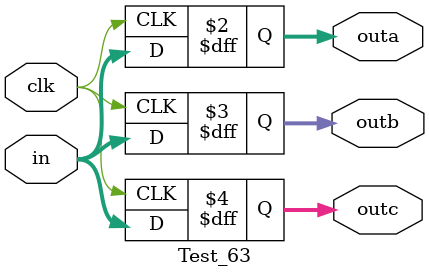
<source format=v>
module Test_63 (
   outa, outb, outc,
   clk, in
   );
   input clk;
   input [15:0]      in;
   output reg [15:0] outa;
   output reg [15:0] outb;
   output reg [15:0] outc;
   parameter WIDTH = 0;
   always @(posedge clk) begin
      outa <= {in};
      outb <= {{WIDTH{1'b0}}, in};
      outc <= {in, {WIDTH{1'b0}}};
   end
endmodule
</source>
